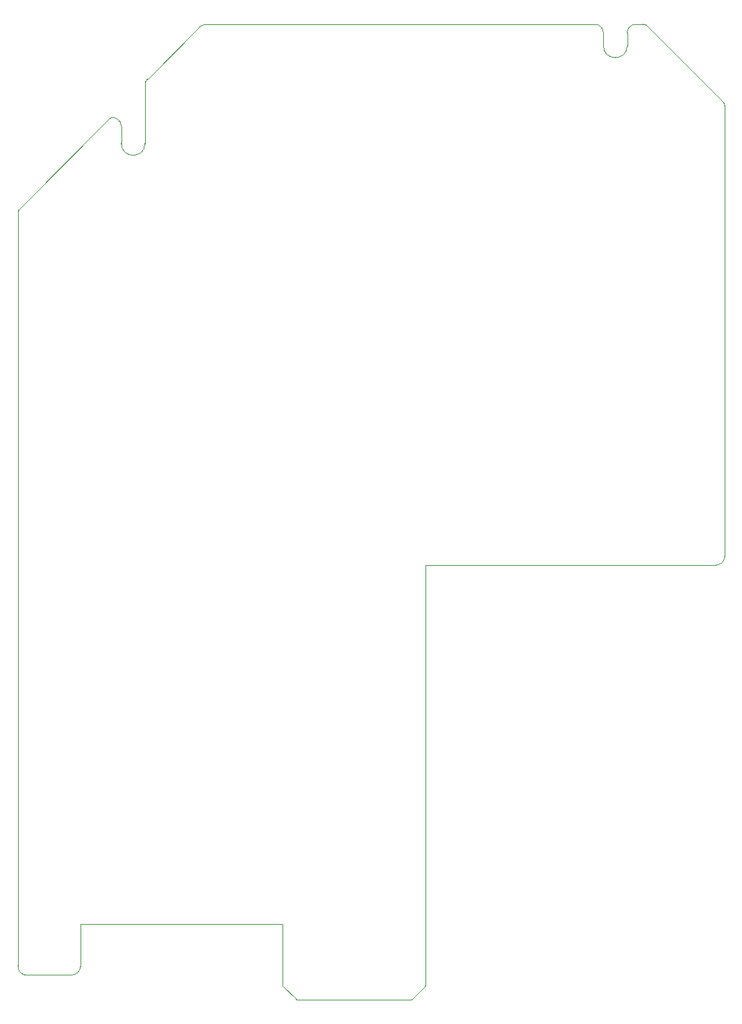
<source format=gbr>
%TF.GenerationSoftware,Altium Limited,Altium Designer,21.6.4 (81)*%
G04 Layer_Color=0*
%FSLAX26Y26*%
%MOIN*%
%TF.SameCoordinates,BD845C9F-3E28-4BEA-89B7-7B09B8E8D9D1*%
%TF.FilePolarity,Positive*%
%TF.FileFunction,Profile,NP*%
%TF.Part,Single*%
G01*
G75*
%TA.AperFunction,Profile*%
%ADD192C,0.001000*%
D192*
X3795Y20152D02*
X-419Y30326D01*
D02*
G02*
X-425Y30342I1858J779D01*
G01*
X-422Y30334D01*
D02*
G02*
X-558Y30842I1862J771D01*
G01*
X-1998Y41776D01*
D02*
G02*
X-2015Y42039I1998J263D01*
G01*
X-1654Y3655157D01*
D02*
G02*
X-1742Y3656062I1910J642D01*
G01*
X-465Y3665757D01*
D02*
G02*
X-329Y3666265I1998J-263D01*
G01*
X-326Y3666273D01*
X1578Y3670869D01*
D02*
G02*
X1585Y3670885I1865J-763D01*
G01*
D02*
G02*
X2015Y3671527I1858J-779D01*
G01*
X2022Y3671534D01*
X440860Y4112270D01*
X441711Y4112779D01*
D02*
G02*
X495058Y4073160I11962J-39619D01*
G01*
Y3990258D01*
D02*
G03*
X609139Y3990258I57040J0D01*
G01*
Y4270782D01*
D02*
G02*
X621203Y4299989I41385J0D01*
G01*
Y4299989D01*
D02*
G02*
X621209Y4299995I1428J-1422D01*
G01*
X869879Y4549846D01*
D02*
G02*
X869892Y4549859I1435J-1415D01*
G01*
D02*
G02*
X870064Y4550012I1421J-1428D01*
G01*
X870070Y4550016D01*
X878319Y4556536D01*
D02*
G02*
X878330Y4556545I1255J-1577D01*
G01*
D02*
G02*
X878803Y4556821I1244J-1585D01*
G01*
X878811Y4556825D01*
X888984Y4561038D01*
D02*
G02*
X889000Y4561045I779J-1858D01*
G01*
X888992Y4561042D01*
D02*
G02*
X889527Y4561181I771J-1862D01*
G01*
X899914Y4562404D01*
D02*
G02*
X900150Y4562418I236J-2001D01*
G01*
X2769149Y4562273D01*
X2769155D01*
D02*
G02*
X2810534Y4520888I-6J-41385D01*
G01*
Y4459272D01*
D02*
G03*
X2924614Y4459272I57040J0D01*
G01*
Y4520888D01*
D02*
G02*
X2965999Y4562273I41385J0D01*
G01*
X2999834D01*
D02*
G02*
X3001249Y4562618I1152J-1653D01*
G01*
X3012568Y4561127D01*
D02*
G02*
X3014149Y4559941I-263J-1998D01*
G01*
Y4559941D01*
D02*
G02*
X3016165Y4559434I587J-1928D01*
G01*
X3388427Y4185014D01*
D02*
G02*
X3389013Y4183597I-1429J-1421D01*
G01*
D02*
G02*
X3389796Y4182253I-1215J-1608D01*
G01*
X3391293Y4170883D01*
D02*
G02*
X3391310Y4170620I-1998J-263D01*
G01*
D02*
G02*
X3390955Y4169478I-2015J0D01*
G01*
X3390944Y2008008D01*
D02*
G02*
X3390955Y2007798I-2004J-210D01*
G01*
D02*
G02*
X3390938Y2007535I-2015J0D01*
G01*
X3389860Y1999347D01*
D02*
G02*
X3389724Y1998839I-1998J263D01*
G01*
X3389727Y1998847D01*
D02*
G02*
X3389720Y1998831I-1865J763D01*
G01*
X3389724Y1998839D01*
X3389720Y1998831D01*
X3385506Y1988658D01*
D02*
G02*
X3385500Y1988641I-1865J763D01*
G01*
X3385503Y1988649D01*
X3385506Y1988658D01*
X3385503Y1988649D01*
D02*
G02*
X3385240Y1988194I-1862J771D01*
G01*
X3378526Y1979444D01*
D02*
G02*
X3378155Y1979072I-1599J1227D01*
G01*
X3369405Y1972359D01*
D02*
G02*
X3368950Y1972096I-1227J1599D01*
G01*
X3368957Y1972099D01*
D02*
G02*
X3368941Y1972092I-779J1858D01*
G01*
X3368950Y1972096D01*
X3368941Y1972092D01*
X3358768Y1967879D01*
D02*
G02*
X3358752Y1967872I-779J1858D01*
G01*
X3358760Y1967875D01*
X3358768Y1967879D01*
X3358760Y1967875D01*
D02*
G02*
X3358252Y1967739I-771J1862D01*
G01*
X3350064Y1966661D01*
D02*
G02*
X3349801Y1966644I-263J1998D01*
G01*
X1955075D01*
X1955389Y-53925D01*
D02*
G02*
X1955399Y-54125I-2005J-200D01*
G01*
D02*
G02*
X1954811Y-55548I-2015J0D01*
G01*
Y-55548D01*
D02*
G02*
X1954785Y-55574I-1437J1413D01*
G01*
X1954813Y-55546D01*
X1890821Y-119538D01*
D02*
G03*
X1890836Y-119523I-1417J1432D01*
G01*
X1890829Y-119530D01*
D02*
G02*
X1889403Y-120120I-1425J1425D01*
G01*
X1335786Y-119951D01*
D02*
G02*
X1334362Y-119361I1J2015D01*
G01*
X1334369Y-119368D01*
D02*
G02*
X1334354Y-119353I1417J1432D01*
G01*
X1270342Y-55341D01*
D02*
G02*
X1269793Y-53509I1425J1425D01*
G01*
X1270083Y207489D01*
X1269966Y209272D01*
D02*
G02*
X1269962Y209405I2011J132D01*
G01*
X1269984Y243308D01*
X298857Y241446D01*
Y39370D01*
D02*
G02*
X257443Y-2015I-41385J0D01*
G01*
D02*
G02*
X257442Y-2015I28J41385D01*
G01*
X257443D01*
X41699Y-2006D01*
D02*
G02*
X41463Y-1992I0J2015D01*
G01*
X31077Y-769D01*
D02*
G02*
X30541Y-630I236J2001D01*
G01*
X30533Y-626D01*
X20360Y3587D01*
X20352Y3591D01*
X20344Y3594D01*
D02*
G03*
X20360Y3587I779J1858D01*
G01*
X20352Y3591D01*
D02*
G02*
X19896Y3854I771J1862D01*
G01*
X11147Y10568D01*
D02*
G02*
X10775Y10939I1227J1599D01*
G01*
X4061Y19689D01*
D02*
G02*
X3795Y20152I1599J1227D01*
G01*
%TF.MD5,411def0a40554860ea6dbc6b4feb2d1b*%
M02*

</source>
